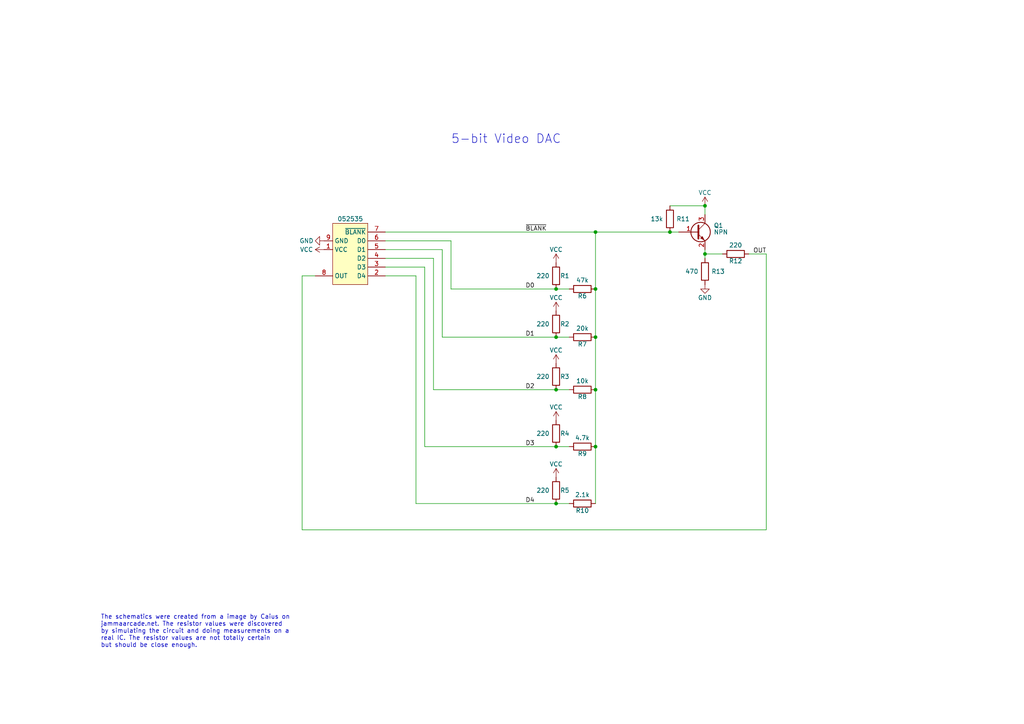
<source format=kicad_sch>
(kicad_sch (version 20230121) (generator eeschema)
  (paper "A4")
  (title_block (title "Konami 052535") (date "2024-03-17") (company "Ulf Skutnabba, twitter: @skutis77"))
  (lib_symbols
    (symbol "Device:R" (pin_numbers hide) (pin_names (offset 0))
      (property "Reference" "R" (at 2.032 0 90))
      (property "Value" "R" (at 0 0 90))
      (symbol "R_0_1"
        (rectangle (start -1.016 -2.54) (end 1.016 2.54) (stroke (width 0.254)))
      )
      (symbol "R_1_1"
        (pin passive line (at 0 3.81 270) (length 1.27) (name "~") (number "1"))
        (pin passive line (at 0 -3.81 90) (length 1.27) (name "~") (number "2"))
      )
    )
    (symbol "Transistor_BJT:BC847" (pin_names (offset 0) hide)
      (property "Reference" "Q" (at 5.08 1.905 0))
      (property "Value" "BC847" (at 5.08 0 0))
      (symbol "BC847_0_1"
        (polyline (pts (xy 0.635 0.635) (xy 2.54 2.54)))
        (polyline (pts (xy 0.635 -0.635) (xy 2.54 -2.54) (xy 2.54 -2.54)))
        (polyline (pts (xy 0.635 1.905) (xy 0.635 -1.905) (xy 0.635 -1.905)) (stroke (width 0.508)))
        (polyline (pts (xy 1.27 -1.778) (xy 1.778 -1.27) (xy 2.286 -2.286) (xy 1.27 -1.778) (xy 1.27 -1.778)) (fill (type outline)))
        (circle (center 1.27 0) (radius 2.8194) (stroke (width 0.254)))
      )
      (symbol "BC847_1_1"
        (pin input line (at -5.08 0 0) (length 5.715) (name "B") (number "1"))
        (pin passive line (at 2.54 -5.08 90) (length 2.54) (name "E") (number "2"))
        (pin passive line (at 2.54 5.08 270) (length 2.54) (name "C") (number "3"))
      )
    )
    (symbol "ga_konami:052535_internal"
      (property "Reference" "U" (at 0 8.89 0))
      (property "Value" "052535" (at 0 -11.43 0))
      (symbol "052535_internal_0_1"
        (rectangle (start -5.08 -10.16) (end 5.08 7.62) (fill (type background)))
      )
      (symbol "052535_internal_1_1"
        (pin power_out line (at -7.62 -2.54 0) (length 2.54) (name "VCC") (number "1"))
        (pin output line (at 10.16 5.08 180) (length 5.08) (name "D4") (number "2"))
        (pin output line (at 10.16 2.54 180) (length 5.08) (name "D3") (number "3"))
        (pin output line (at 10.16 0 180) (length 5.08) (name "D2") (number "4"))
        (pin output line (at 10.16 -2.54 180) (length 5.08) (name "D1") (number "5"))
        (pin output line (at 10.16 -5.08 180) (length 5.08) (name "D0") (number "6"))
        (pin output line (at 10.16 -7.62 180) (length 5.08) (name "~{BLANK}") (number "7"))
        (pin input line (at -10.16 5.08 0) (length 5.08) (name "OUT") (number "8"))
        (pin power_out line (at -7.62 -5.08 0) (length 2.54) (name "GND") (number "9"))
      )
    )
    (symbol "power:GND" (power) (pin_names (offset 0))
      (property "Value" "GND" (at 0 -3.81 0))
      (symbol "GND_0_1"
        (polyline (pts (xy 0 0) (xy 0 -1.27) (xy 1.27 -1.27) (xy 0 -2.54) (xy -1.27 -1.27) (xy 0 -1.27)))
      )
      (symbol "GND_1_1"
        (pin power_in line (at 0 0 270) (length 0) hide (name "GND") (number "1"))
      )
    )
    (symbol "power:VCC" (power) (pin_names (offset 0))
      (property "Value" "VCC" (at 0 3.81 0))
      (symbol "VCC_0_1"
        (polyline (pts (xy -0.762 1.27) (xy 0 2.54)))
        (polyline (pts (xy 0 0) (xy 0 2.54)))
        (polyline (pts (xy 0 2.54) (xy 0.762 1.27)))
      )
      (symbol "VCC_1_1"
        (pin power_in line (at 0 0 90) (length 0) hide (name "VCC") (number "1"))
      )
    )
  )
  (junction (at 172.72 113.03))
  (junction (at 161.29 129.54))
  (junction (at 161.29 97.79))
  (junction (at 161.29 113.03))
  (junction (at 172.72 129.54))
  (junction (at 161.29 146.05))
  (junction (at 172.72 67.31))
  (junction (at 194.31 67.31))
  (junction (at 204.47 59.69))
  (junction (at 161.29 83.82))
  (junction (at 172.72 97.79))
  (junction (at 204.47 73.66))
  (junction (at 172.72 83.82))
  (wire (pts (xy 128.27 97.79) (xy 161.29 97.79)))
  (wire (pts (xy 130.81 69.85) (xy 130.81 83.82)))
  (wire (pts (xy 172.72 129.54) (xy 172.72 146.05)))
  (wire (pts (xy 111.76 67.31) (xy 172.72 67.31)))
  (wire (pts (xy 161.29 129.54) (xy 165.1 129.54)))
  (wire (pts (xy 172.72 67.31) (xy 194.31 67.31)))
  (wire (pts (xy 128.27 72.39) (xy 128.27 97.79)))
  (wire (pts (xy 161.29 97.79) (xy 165.1 97.79)))
  (wire (pts (xy 111.76 72.39) (xy 128.27 72.39)))
  (wire (pts (xy 161.29 146.05) (xy 165.1 146.05)))
  (wire (pts (xy 204.47 73.66) (xy 204.47 72.39)))
  (wire (pts (xy 222.25 153.67) (xy 87.63 153.67)))
  (wire (pts (xy 111.76 80.01) (xy 120.65 80.01)))
  (wire (pts (xy 111.76 69.85) (xy 130.81 69.85)))
  (wire (pts (xy 194.31 59.69) (xy 204.47 59.69)))
  (wire (pts (xy 120.65 80.01) (xy 120.65 146.05)))
  (wire (pts (xy 123.19 77.47) (xy 123.19 129.54)))
  (wire (pts (xy 204.47 73.66) (xy 209.55 73.66)))
  (wire (pts (xy 217.17 73.66) (xy 222.25 73.66)))
  (wire (pts (xy 204.47 74.93) (xy 204.47 73.66)))
  (wire (pts (xy 123.19 129.54) (xy 161.29 129.54)))
  (wire (pts (xy 172.72 113.03) (xy 172.72 129.54)))
  (wire (pts (xy 222.25 73.66) (xy 222.25 153.67)))
  (wire (pts (xy 125.73 113.03) (xy 161.29 113.03)))
  (wire (pts (xy 87.63 153.67) (xy 87.63 80.01)))
  (wire (pts (xy 204.47 59.69) (xy 204.47 62.23)))
  (wire (pts (xy 161.29 83.82) (xy 165.1 83.82)))
  (wire (pts (xy 172.72 97.79) (xy 172.72 113.03)))
  (wire (pts (xy 120.65 146.05) (xy 161.29 146.05)))
  (wire (pts (xy 172.72 67.31) (xy 172.72 83.82)))
  (wire (pts (xy 194.31 67.31) (xy 196.85 67.31)))
  (wire (pts (xy 111.76 77.47) (xy 123.19 77.47)))
  (wire (pts (xy 125.73 74.93) (xy 125.73 113.03)))
  (wire (pts (xy 130.81 83.82) (xy 161.29 83.82)))
  (wire (pts (xy 172.72 83.82) (xy 172.72 97.79)))
  (wire (pts (xy 111.76 74.93) (xy 125.73 74.93)))
  (wire (pts (xy 87.63 80.01) (xy 91.44 80.01)))
  (wire (pts (xy 161.29 113.03) (xy 165.1 113.03)))
  (text "The schematics were created from a image by Caius on\njammaarcade.net. The resistor values were discovered\nby simulating the circuit and doing measurements on a\nreal IC. The resistor values are not totally certain\nbut should be close enough." (at 29.21 187.96 0) (effects (font (size 1.27 1.27)) (justify left bottom)))
  (text "5-bit Video DAC" (at 130.81 41.91 0) (effects (font (size 2.54 2.54)) (justify left bottom)))
  (label "D2" (at 152.4 113.03 0))
  (label "D1" (at 152.4 97.79 0))
  (label "D3" (at 152.4 129.54 0))
  (label "D4" (at 152.4 146.05 0))
  (label "D0" (at 152.4 83.82 0))
  (label "OUT" (at 218.44 73.66 0))
  (label "~{BLANK}" (at 152.4 67.31 0))
  (symbol (lib_id "power:VCC") (at 161.29 90.17 0) (unit 1)
    (property "Reference" "#PWR04" (effects hide))
    (property "Value" "VCC" (at 161.29 86.36 0))
  )
  (symbol (lib_id "power:VCC") (at 204.47 59.69 0) (unit 1)
    (property "Reference" "#PWR01" (effects hide))
    (property "Value" "VCC" (at 204.47 55.88 0))
  )
  (symbol (lib_id "power:VCC") (at 161.29 121.92 0) (unit 1)
    (property "Reference" "#PWR06" (effects hide))
    (property "Value" "VCC" (at 161.29 118.11 0))
  )
  (symbol (lib_id "Device:R") (at 168.91 113.03 270) (unit 1)
    (property "Reference" "R8" (at 168.91 115.062 90))
    (property "Value" "10k" (at 168.91 110.49 90))
  )
  (symbol (lib_id "power:VCC") (at 161.29 76.2 0) (unit 1)
    (property "Reference" "#PWR03" (effects hide))
    (property "Value" "VCC" (at 161.29 72.39 0))
  )
  (symbol (lib_id "Device:R") (at 194.31 63.5 180) (unit 1)
    (property "Reference" "R11" (at 198.12 63.5 0))
    (property "Value" "13k" (at 190.5 63.5 0))
  )
  (symbol (lib_id "Device:R") (at 168.91 97.79 270) (unit 1)
    (property "Reference" "R7" (at 168.91 99.822 90))
    (property "Value" "20k" (at 168.91 95.25 90))
  )
  (symbol (lib_id "Device:R") (at 161.29 142.24 180) (unit 1)
    (property "Reference" "R5" (at 163.83 142.24 0))
    (property "Value" "220" (at 157.48 142.24 0))
  )
  (symbol (lib_id "Device:R") (at 161.29 80.01 180) (unit 1)
    (property "Reference" "R1" (at 163.83 80.01 0))
    (property "Value" "220" (at 157.48 80.01 0))
  )
  (symbol (lib_id "Device:R") (at 168.91 129.54 270) (unit 1)
    (property "Reference" "R9" (at 168.91 131.572 90))
    (property "Value" "4.7k" (at 168.91 127 90))
  )
  (symbol (lib_id "Device:R") (at 161.29 109.22 180) (unit 1)
    (property "Reference" "R3" (at 163.83 109.22 0))
    (property "Value" "220" (at 157.48 109.22 0))
  )
  (symbol (lib_id "ga_konami:052535_internal") (at 101.6 74.93 0) (mirror x) (unit 1)
    (property "Reference" "U1" (effects hide))
    (property "Value" "052535" (at 101.6 63.5 0))
  )
  (symbol (lib_id "power:VCC") (at 161.29 138.43 0) (unit 1)
    (property "Reference" "#PWR07" (effects hide))
    (property "Value" "VCC" (at 161.29 134.62 0))
  )
  (symbol (lib_id "power:VCC") (at 93.98 72.39 90) (unit 1)
    (property "Reference" "#PWR09" (effects hide))
    (property "Value" "VCC" (at 88.9 72.39 90))
  )
  (symbol (lib_id "power:VCC") (at 161.29 105.41 0) (unit 1)
    (property "Reference" "#PWR05" (effects hide))
    (property "Value" "VCC" (at 161.29 101.6 0))
  )
  (symbol (lib_id "Device:R") (at 161.29 93.98 180) (unit 1)
    (property "Reference" "R2" (at 163.83 93.98 0))
    (property "Value" "220" (at 157.48 93.98 0))
  )
  (symbol (lib_id "Device:R") (at 161.29 125.73 180) (unit 1)
    (property "Reference" "R4" (at 163.83 125.73 0))
    (property "Value" "220" (at 157.48 125.73 0))
  )
  (symbol (lib_id "Device:R") (at 204.47 78.74 180) (unit 1)
    (property "Reference" "R13" (at 208.28 78.74 0))
    (property "Value" "470" (at 200.66 78.74 0))
  )
  (symbol (lib_id "power:GND") (at 93.98 69.85 270) (unit 1)
    (property "Reference" "#PWR08" (effects hide))
    (property "Value" "GND" (at 88.9 69.85 90))
  )
  (symbol (lib_id "Device:R") (at 168.91 146.05 270) (unit 1)
    (property "Reference" "R10" (at 168.91 148.082 90))
    (property "Value" "2.1k" (at 168.91 143.51 90))
  )
  (symbol (lib_id "Device:R") (at 213.36 73.66 270) (unit 1)
    (property "Reference" "R12" (at 213.36 75.692 90))
    (property "Value" "220" (at 213.36 71.12 90))
  )
  (symbol (lib_id "Transistor_BJT:BC847") (at 201.93 67.31 0) (unit 1)
    (property "Reference" "Q1" (at 207.01 65.405 0) (effects (justify left)))
    (property "Value" "NPN" (at 207.01 67.31 0) (effects (justify left)))
    (property "Footprint" "Package_TO_SOT_SMD:SOT-23" (effects hide))
    (property "Datasheet" "http://www.infineon.com/dgdl/Infineon-BC847SERIES_BC848SERIES_BC849SERIES_BC850SERIES-DS-v01_01-en.pdf?fileId=db3a304314dca389011541d4630a1657" (effects hide))
  )
  (symbol (lib_id "Device:R") (at 168.91 83.82 270) (unit 1)
    (property "Reference" "R6" (at 168.91 85.852 90))
    (property "Value" "47k" (at 168.91 81.28 90))
  )
  (symbol (lib_id "power:GND") (at 204.47 82.55 0) (unit 1)
    (property "Reference" "#PWR02" (effects hide))
    (property "Value" "GND" (at 204.47 86.36 0))
  )
)
</source>
